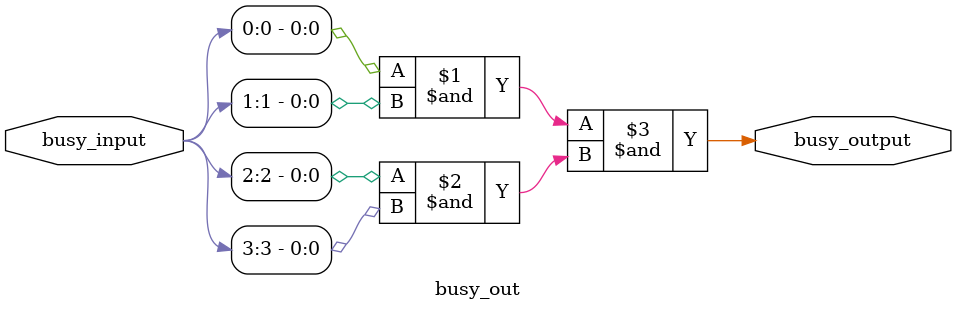
<source format=v>
module busy_out(busy_input,busy_output);
	input [3:0] busy_input;
	output busy_output;
	
assign busy_output = ((busy_input[0]&busy_input[1])&(busy_input[2]&busy_input[3]));

endmodule

</source>
